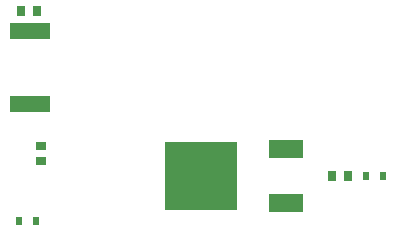
<source format=gtp>
G04*
G04 #@! TF.GenerationSoftware,Altium Limited,Altium Designer,23.10.1 (27)*
G04*
G04 Layer_Color=8421504*
%FSLAX25Y25*%
%MOIN*%
G70*
G04*
G04 #@! TF.SameCoordinates,C07C27E9-E0E0-4E4E-9050-A674B6DD9AC8*
G04*
G04*
G04 #@! TF.FilePolarity,Positive*
G04*
G01*
G75*
%ADD14R,0.03150X0.03740*%
%ADD15R,0.13780X0.05709*%
%ADD16R,0.03740X0.03150*%
%ADD17R,0.02362X0.03150*%
%ADD18R,0.11811X0.06299*%
%ADD19R,0.24410X0.22835*%
D14*
X10433Y111811D02*
D03*
X5315D02*
D03*
X114075Y56601D02*
D03*
X108957D02*
D03*
D15*
X8268Y105118D02*
D03*
Y80709D02*
D03*
D16*
X11811Y61614D02*
D03*
Y66732D02*
D03*
D17*
X120177Y56693D02*
D03*
X125886D02*
D03*
X4626Y41732D02*
D03*
X10335D02*
D03*
D18*
X93701Y47677D02*
D03*
Y65709D02*
D03*
D19*
X65354Y56693D02*
D03*
M02*

</source>
